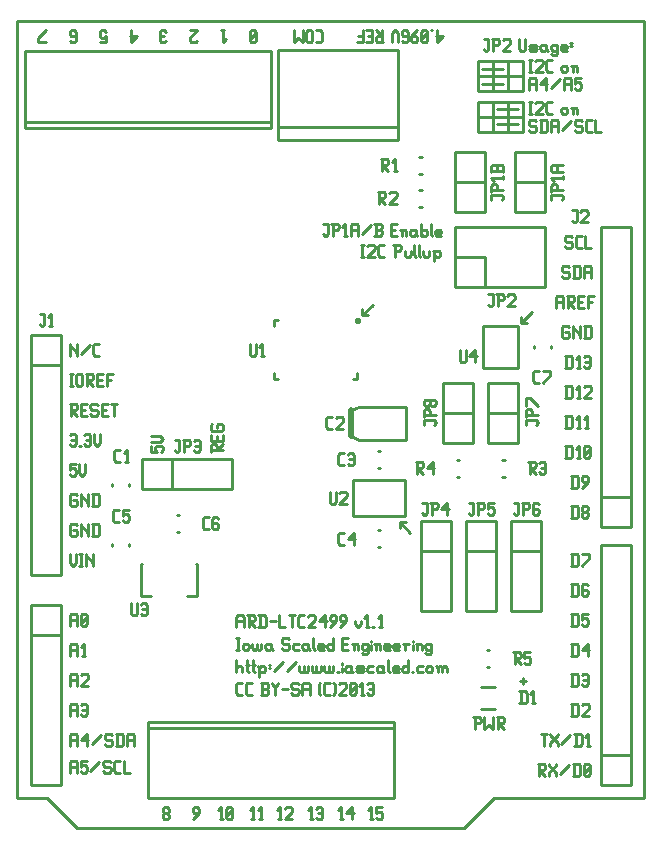
<source format=gbr>
G04 start of page 8 for group -4079 idx -4079 *
G04 Title: (unknown), topsilk *
G04 Creator: pcb 20110918 *
G04 CreationDate: Wed 23 Apr 2014 02:57:30 AM GMT UTC *
G04 For: railfan *
G04 Format: Gerber/RS-274X *
G04 PCB-Dimensions: 210000 270000 *
G04 PCB-Coordinate-Origin: lower left *
%MOIN*%
%FSLAX25Y25*%
%LNTOPSILK*%
%ADD64C,0.0200*%
%ADD63C,0.0100*%
G54D63*X209500Y269500D02*Y10500D01*
X160500Y240100D02*X167500D01*
X160500Y235100D02*X167500D01*
X172000Y172500D02*X168500Y169000D01*
Y171000D02*Y169000D01*
X170500D01*
X149500Y500D02*X20500D01*
X500Y10500D02*X10500D01*
X20500Y500D02*X10500Y10500D01*
X500D02*Y269500D01*
X119000Y175000D02*X115500Y171500D01*
Y173500D01*
Y171500D02*X117500D01*
X131500Y99000D02*X128000Y102500D01*
X130000D01*
X128000D02*Y100500D01*
X159500Y10500D02*X149500Y500D01*
X209500Y10500D02*X159500D01*
X500Y269500D02*X209500D01*
X154000Y246100D02*X169000D01*
Y251100D02*X154000D01*
Y256100D02*X169000D01*
Y246100D01*
X164000Y256100D02*Y246100D01*
X159000Y256100D02*Y246100D01*
X154000Y256100D02*Y246100D01*
Y232600D02*X169000D01*
Y237600D02*X154000D01*
Y242600D02*X169000D01*
Y232600D01*
X164000Y242600D02*Y232600D01*
X159000Y242600D02*Y232600D01*
X154000Y242600D02*Y232600D01*
X155500Y253600D02*X162500D01*
X155500Y248600D02*X162500D01*
X18000Y22500D02*Y19000D01*
Y22500D02*X18500Y23000D01*
X20000D01*
X20500Y22500D01*
Y19000D01*
X18000Y21000D02*X20500D01*
X21700Y23000D02*X23700D01*
X21700D02*Y21000D01*
X22200Y21500D01*
X23200D01*
X23700Y21000D01*
Y19500D01*
X23200Y19000D02*X23700Y19500D01*
X22200Y19000D02*X23200D01*
X21700Y19500D02*X22200Y19000D01*
X24900Y19500D02*X27900Y22500D01*
X31100Y23000D02*X31600Y22500D01*
X29600Y23000D02*X31100D01*
X29100Y22500D02*X29600Y23000D01*
X29100Y22500D02*Y21500D01*
X29600Y21000D01*
X31100D01*
X31600Y20500D01*
Y19500D01*
X31100Y19000D02*X31600Y19500D01*
X29600Y19000D02*X31100D01*
X29100Y19500D02*X29600Y19000D01*
X33300D02*X34800D01*
X32800Y19500D02*X33300Y19000D01*
X32800Y22500D02*Y19500D01*
Y22500D02*X33300Y23000D01*
X34800D01*
X36000D02*Y19000D01*
X38000D01*
X18000Y31500D02*Y28000D01*
Y31500D02*X18500Y32000D01*
X20000D01*
X20500Y31500D01*
Y28000D01*
X18000Y30000D02*X20500D01*
X21700D02*X23700Y32000D01*
X21700Y30000D02*X24200D01*
X23700Y32000D02*Y28000D01*
X25400Y28500D02*X28400Y31500D01*
X31600Y32000D02*X32100Y31500D01*
X30100Y32000D02*X31600D01*
X29600Y31500D02*X30100Y32000D01*
X29600Y31500D02*Y30500D01*
X30100Y30000D01*
X31600D01*
X32100Y29500D01*
Y28500D01*
X31600Y28000D02*X32100Y28500D01*
X30100Y28000D02*X31600D01*
X29600Y28500D02*X30100Y28000D01*
X33800Y32000D02*Y28000D01*
X35300Y32000D02*X35800Y31500D01*
Y28500D01*
X35300Y28000D02*X35800Y28500D01*
X33300Y28000D02*X35300D01*
X33300Y32000D02*X35300D01*
X37000Y31500D02*Y28000D01*
Y31500D02*X37500Y32000D01*
X39000D01*
X39500Y31500D01*
Y28000D01*
X37000Y30000D02*X39500D01*
X18000Y41500D02*Y38000D01*
Y41500D02*X18500Y42000D01*
X20000D01*
X20500Y41500D01*
Y38000D01*
X18000Y40000D02*X20500D01*
X21700Y41500D02*X22200Y42000D01*
X23200D01*
X23700Y41500D01*
Y38500D01*
X23200Y38000D02*X23700Y38500D01*
X22200Y38000D02*X23200D01*
X21700Y38500D02*X22200Y38000D01*
Y40000D02*X23700D01*
X18000Y51500D02*Y48000D01*
Y51500D02*X18500Y52000D01*
X20000D01*
X20500Y51500D01*
Y48000D01*
X18000Y50000D02*X20500D01*
X21700Y51500D02*X22200Y52000D01*
X23700D01*
X24200Y51500D01*
Y50500D01*
X21700Y48000D02*X24200Y50500D01*
X21700Y48000D02*X24200D01*
X18000Y61500D02*Y58000D01*
Y61500D02*X18500Y62000D01*
X20000D01*
X20500Y61500D01*
Y58000D01*
X18000Y60000D02*X20500D01*
X22200Y58000D02*X23200D01*
X22700Y62000D02*Y58000D01*
X21700Y61000D02*X22700Y62000D01*
X73500Y64000D02*X74500D01*
X74000D02*Y60000D01*
X73500D02*X74500D01*
X75700Y61500D02*Y60500D01*
Y61500D02*X76200Y62000D01*
X77200D01*
X77700Y61500D01*
Y60500D01*
X77200Y60000D02*X77700Y60500D01*
X76200Y60000D02*X77200D01*
X75700Y60500D02*X76200Y60000D01*
X78900Y62000D02*Y60500D01*
X79400Y60000D01*
X79900D01*
X80400Y60500D01*
Y62000D02*Y60500D01*
X80900Y60000D01*
X81400D01*
X81900Y60500D01*
Y62000D02*Y60500D01*
X84600Y62000D02*X85100Y61500D01*
X83600Y62000D02*X84600D01*
X83100Y61500D02*X83600Y62000D01*
X83100Y61500D02*Y60500D01*
X83600Y60000D01*
X85100Y62000D02*Y60500D01*
X85600Y60000D01*
X83600D02*X84600D01*
X85100Y60500D01*
X90600Y64000D02*X91100Y63500D01*
X89100Y64000D02*X90600D01*
X88600Y63500D02*X89100Y64000D01*
X88600Y63500D02*Y62500D01*
X89100Y62000D01*
X90600D01*
X91100Y61500D01*
Y60500D01*
X90600Y60000D02*X91100Y60500D01*
X89100Y60000D02*X90600D01*
X88600Y60500D02*X89100Y60000D01*
X92800Y62000D02*X94300D01*
X92300Y61500D02*X92800Y62000D01*
X92300Y61500D02*Y60500D01*
X92800Y60000D01*
X94300D01*
X97000Y62000D02*X97500Y61500D01*
X96000Y62000D02*X97000D01*
X95500Y61500D02*X96000Y62000D01*
X95500Y61500D02*Y60500D01*
X96000Y60000D01*
X97500Y62000D02*Y60500D01*
X98000Y60000D01*
X96000D02*X97000D01*
X97500Y60500D01*
X99200Y64000D02*Y60500D01*
X99700Y60000D01*
X101200D02*X102700D01*
X100700Y60500D02*X101200Y60000D01*
X100700Y61500D02*Y60500D01*
Y61500D02*X101200Y62000D01*
X102200D01*
X102700Y61500D01*
X100700Y61000D02*X102700D01*
Y61500D02*Y61000D01*
X105900Y64000D02*Y60000D01*
X105400D02*X105900Y60500D01*
X104400Y60000D02*X105400D01*
X103900Y60500D02*X104400Y60000D01*
X103900Y61500D02*Y60500D01*
Y61500D02*X104400Y62000D01*
X105400D01*
X105900Y61500D01*
X108900Y62000D02*X110400D01*
X108900Y60000D02*X110900D01*
X108900Y64000D02*Y60000D01*
Y64000D02*X110900D01*
X112600Y61500D02*Y60000D01*
Y61500D02*X113100Y62000D01*
X113600D01*
X114100Y61500D01*
Y60000D01*
X112100Y62000D02*X112600Y61500D01*
X116800Y62000D02*X117300Y61500D01*
X115800Y62000D02*X116800D01*
X115300Y61500D02*X115800Y62000D01*
X115300Y61500D02*Y60500D01*
X115800Y60000D01*
X116800D01*
X117300Y60500D01*
X115300Y59000D02*X115800Y58500D01*
X116800D01*
X117300Y59000D01*
Y62000D02*Y59000D01*
X118500Y63000D02*Y62500D01*
Y61500D02*Y60000D01*
X120000Y61500D02*Y60000D01*
Y61500D02*X120500Y62000D01*
X121000D01*
X121500Y61500D01*
Y60000D01*
X119500Y62000D02*X120000Y61500D01*
X123200Y60000D02*X124700D01*
X122700Y60500D02*X123200Y60000D01*
X122700Y61500D02*Y60500D01*
Y61500D02*X123200Y62000D01*
X124200D01*
X124700Y61500D01*
X122700Y61000D02*X124700D01*
Y61500D02*Y61000D01*
X126400Y60000D02*X127900D01*
X125900Y60500D02*X126400Y60000D01*
X125900Y61500D02*Y60500D01*
Y61500D02*X126400Y62000D01*
X127400D01*
X127900Y61500D01*
X125900Y61000D02*X127900D01*
Y61500D02*Y61000D01*
X129600Y61500D02*Y60000D01*
Y61500D02*X130100Y62000D01*
X131100D01*
X129100D02*X129600Y61500D01*
X132300Y63000D02*Y62500D01*
Y61500D02*Y60000D01*
X133800Y61500D02*Y60000D01*
Y61500D02*X134300Y62000D01*
X134800D01*
X135300Y61500D01*
Y60000D01*
X133300Y62000D02*X133800Y61500D01*
X138000Y62000D02*X138500Y61500D01*
X137000Y62000D02*X138000D01*
X136500Y61500D02*X137000Y62000D01*
X136500Y61500D02*Y60500D01*
X137000Y60000D01*
X138000D01*
X138500Y60500D01*
X136500Y59000D02*X137000Y58500D01*
X138000D01*
X138500Y59000D01*
Y62000D02*Y59000D01*
X73500Y56500D02*Y52500D01*
Y54000D02*X74000Y54500D01*
X75000D01*
X75500Y54000D01*
Y52500D01*
X77200Y56500D02*Y53000D01*
X77700Y52500D01*
X76700Y55000D02*X77700D01*
X79200Y56500D02*Y53000D01*
X79700Y52500D01*
X78700Y55000D02*X79700D01*
X81200Y54000D02*Y51000D01*
X80700Y54500D02*X81200Y54000D01*
X81700Y54500D01*
X82700D01*
X83200Y54000D01*
Y53000D01*
X82700Y52500D02*X83200Y53000D01*
X81700Y52500D02*X82700D01*
X81200Y53000D02*X81700Y52500D01*
X84400Y55000D02*X84900D01*
X84400Y54000D02*X84900D01*
X86100Y53000D02*X89100Y56000D01*
X90300Y53000D02*X93300Y56000D01*
X94500Y54500D02*Y53000D01*
X95000Y52500D01*
X95500D01*
X96000Y53000D01*
Y54500D02*Y53000D01*
X96500Y52500D01*
X97000D01*
X97500Y53000D01*
Y54500D02*Y53000D01*
X98700Y54500D02*Y53000D01*
X99200Y52500D01*
X99700D01*
X100200Y53000D01*
Y54500D02*Y53000D01*
X100700Y52500D01*
X101200D01*
X101700Y53000D01*
Y54500D02*Y53000D01*
X102900Y54500D02*Y53000D01*
X103400Y52500D01*
X103900D01*
X104400Y53000D01*
Y54500D02*Y53000D01*
X104900Y52500D01*
X105400D01*
X105900Y53000D01*
Y54500D02*Y53000D01*
X107100Y52500D02*X107600D01*
X108800Y55500D02*Y55000D01*
Y54000D02*Y52500D01*
X111300Y54500D02*X111800Y54000D01*
X110300Y54500D02*X111300D01*
X109800Y54000D02*X110300Y54500D01*
X109800Y54000D02*Y53000D01*
X110300Y52500D01*
X111800Y54500D02*Y53000D01*
X112300Y52500D01*
X110300D02*X111300D01*
X111800Y53000D01*
X114000Y52500D02*X115500D01*
X116000Y53000D01*
X115500Y53500D02*X116000Y53000D01*
X114000Y53500D02*X115500D01*
X113500Y54000D02*X114000Y53500D01*
X113500Y54000D02*X114000Y54500D01*
X115500D01*
X116000Y54000D01*
X113500Y53000D02*X114000Y52500D01*
X117700Y54500D02*X119200D01*
X117200Y54000D02*X117700Y54500D01*
X117200Y54000D02*Y53000D01*
X117700Y52500D01*
X119200D01*
X121900Y54500D02*X122400Y54000D01*
X120900Y54500D02*X121900D01*
X120400Y54000D02*X120900Y54500D01*
X120400Y54000D02*Y53000D01*
X120900Y52500D01*
X122400Y54500D02*Y53000D01*
X122900Y52500D01*
X120900D02*X121900D01*
X122400Y53000D01*
X124100Y56500D02*Y53000D01*
X124600Y52500D01*
X126100D02*X127600D01*
X125600Y53000D02*X126100Y52500D01*
X125600Y54000D02*Y53000D01*
Y54000D02*X126100Y54500D01*
X127100D01*
X127600Y54000D01*
X125600Y53500D02*X127600D01*
Y54000D02*Y53500D01*
X130800Y56500D02*Y52500D01*
X130300D02*X130800Y53000D01*
X129300Y52500D02*X130300D01*
X128800Y53000D02*X129300Y52500D01*
X128800Y54000D02*Y53000D01*
Y54000D02*X129300Y54500D01*
X130300D01*
X130800Y54000D01*
X132000Y52500D02*X132500D01*
X134200Y54500D02*X135700D01*
X133700Y54000D02*X134200Y54500D01*
X133700Y54000D02*Y53000D01*
X134200Y52500D01*
X135700D01*
X136900Y54000D02*Y53000D01*
Y54000D02*X137400Y54500D01*
X138400D01*
X138900Y54000D01*
Y53000D01*
X138400Y52500D02*X138900Y53000D01*
X137400Y52500D02*X138400D01*
X136900Y53000D02*X137400Y52500D01*
X140600Y54000D02*Y52500D01*
Y54000D02*X141100Y54500D01*
X141600D01*
X142100Y54000D01*
Y52500D01*
Y54000D02*X142600Y54500D01*
X143100D01*
X143600Y54000D01*
Y52500D01*
X140100Y54500D02*X140600Y54000D01*
X74000Y45000D02*X75500D01*
X73500Y45500D02*X74000Y45000D01*
X73500Y48500D02*Y45500D01*
Y48500D02*X74000Y49000D01*
X75500D01*
X77200Y45000D02*X78700D01*
X76700Y45500D02*X77200Y45000D01*
X76700Y48500D02*Y45500D01*
Y48500D02*X77200Y49000D01*
X78700D01*
X81700Y45000D02*X83700D01*
X84200Y45500D01*
Y46500D02*Y45500D01*
X83700Y47000D02*X84200Y46500D01*
X82200Y47000D02*X83700D01*
X82200Y49000D02*Y45000D01*
X81700Y49000D02*X83700D01*
X84200Y48500D01*
Y47500D01*
X83700Y47000D02*X84200Y47500D01*
X85400Y49000D02*Y48500D01*
X86400Y47500D01*
X87400Y48500D01*
Y49000D02*Y48500D01*
X86400Y47500D02*Y45000D01*
X88600Y47000D02*X90600D01*
X93800Y49000D02*X94300Y48500D01*
X92300Y49000D02*X93800D01*
X91800Y48500D02*X92300Y49000D01*
X91800Y48500D02*Y47500D01*
X92300Y47000D01*
X93800D01*
X94300Y46500D01*
Y45500D01*
X93800Y45000D02*X94300Y45500D01*
X92300Y45000D02*X93800D01*
X91800Y45500D02*X92300Y45000D01*
X95500Y48500D02*Y45000D01*
Y48500D02*X96000Y49000D01*
X97500D01*
X98000Y48500D01*
Y45000D01*
X95500Y47000D02*X98000D01*
X101000Y45500D02*X101500Y45000D01*
X101000Y48500D02*X101500Y49000D01*
X101000Y48500D02*Y45500D01*
X103200Y45000D02*X104700D01*
X102700Y45500D02*X103200Y45000D01*
X102700Y48500D02*Y45500D01*
Y48500D02*X103200Y49000D01*
X104700D01*
X105900D02*X106400Y48500D01*
Y45500D01*
X105900Y45000D02*X106400Y45500D01*
X107600Y48500D02*X108100Y49000D01*
X109600D01*
X110100Y48500D01*
Y47500D01*
X107600Y45000D02*X110100Y47500D01*
X107600Y45000D02*X110100D01*
X111300Y45500D02*X111800Y45000D01*
X111300Y48500D02*Y45500D01*
Y48500D02*X111800Y49000D01*
X112800D01*
X113300Y48500D01*
Y45500D01*
X112800Y45000D02*X113300Y45500D01*
X111800Y45000D02*X112800D01*
X111300Y46000D02*X113300Y48000D01*
X115000Y45000D02*X116000D01*
X115500Y49000D02*Y45000D01*
X114500Y48000D02*X115500Y49000D01*
X117200Y48500D02*X117700Y49000D01*
X118700D01*
X119200Y48500D01*
Y45500D01*
X118700Y45000D02*X119200Y45500D01*
X117700Y45000D02*X118700D01*
X117200Y45500D02*X117700Y45000D01*
Y47000D02*X119200D01*
X153000Y37500D02*Y33500D01*
X152500Y37500D02*X154500D01*
X155000Y37000D01*
Y36000D01*
X154500Y35500D02*X155000Y36000D01*
X153000Y35500D02*X154500D01*
X156200Y37500D02*Y33500D01*
X157700Y35000D01*
X159200Y33500D01*
Y37500D02*Y33500D01*
X160400Y37500D02*X162400D01*
X162900Y37000D01*
Y36000D01*
X162400Y35500D02*X162900Y36000D01*
X160900Y35500D02*X162400D01*
X160900Y37500D02*Y33500D01*
Y35500D02*X162900Y33500D01*
X168000Y49500D02*X170000D01*
X169000Y50500D02*Y48500D01*
X18000Y71500D02*Y68000D01*
Y71500D02*X18500Y72000D01*
X20000D01*
X20500Y71500D01*
Y68000D01*
X18000Y70000D02*X20500D01*
X21700Y68500D02*X22200Y68000D01*
X21700Y71500D02*Y68500D01*
Y71500D02*X22200Y72000D01*
X23200D01*
X23700Y71500D01*
Y68500D01*
X23200Y68000D02*X23700Y68500D01*
X22200Y68000D02*X23200D01*
X21700Y69000D02*X23700Y71000D01*
X73500D02*Y67500D01*
Y71000D02*X74000Y71500D01*
X75500D01*
X76000Y71000D01*
Y67500D01*
X73500Y69500D02*X76000D01*
X77200Y71500D02*X79200D01*
X79700Y71000D01*
Y70000D01*
X79200Y69500D02*X79700Y70000D01*
X77700Y69500D02*X79200D01*
X77700Y71500D02*Y67500D01*
Y69500D02*X79700Y67500D01*
X81400Y71500D02*Y67500D01*
X82900Y71500D02*X83400Y71000D01*
Y68000D01*
X82900Y67500D02*X83400Y68000D01*
X80900Y67500D02*X82900D01*
X80900Y71500D02*X82900D01*
X84600Y69500D02*X86600D01*
X87800Y71500D02*Y67500D01*
X89800D01*
X91000Y71500D02*X93000D01*
X92000D02*Y67500D01*
X94700D02*X96200D01*
X94200Y68000D02*X94700Y67500D01*
X94200Y71000D02*Y68000D01*
Y71000D02*X94700Y71500D01*
X96200D01*
X97400Y71000D02*X97900Y71500D01*
X99400D01*
X99900Y71000D01*
Y70000D01*
X97400Y67500D02*X99900Y70000D01*
X97400Y67500D02*X99900D01*
X101100Y69500D02*X103100Y71500D01*
X101100Y69500D02*X103600D01*
X103100Y71500D02*Y67500D01*
X104800D02*X106800Y69500D01*
Y71000D02*Y69500D01*
X106300Y71500D02*X106800Y71000D01*
X105300Y71500D02*X106300D01*
X104800Y71000D02*X105300Y71500D01*
X104800Y71000D02*Y70000D01*
X105300Y69500D01*
X106800D01*
X108000Y67500D02*X110000Y69500D01*
Y71000D02*Y69500D01*
X109500Y71500D02*X110000Y71000D01*
X108500Y71500D02*X109500D01*
X108000Y71000D02*X108500Y71500D01*
X108000Y71000D02*Y70000D01*
X108500Y69500D01*
X110000D01*
X113000D02*Y68500D01*
X114000Y67500D01*
X115000Y68500D01*
Y69500D02*Y68500D01*
X116700Y67500D02*X117700D01*
X117200Y71500D02*Y67500D01*
X116200Y70500D02*X117200Y71500D01*
X118900Y67500D02*X119400D01*
X121100D02*X122100D01*
X121600Y71500D02*Y67500D01*
X120600Y70500D02*X121600Y71500D01*
X49000Y4000D02*X49500Y3500D01*
X49000Y5000D02*Y4000D01*
Y5000D02*X49500Y5500D01*
X50500D01*
X51000Y5000D01*
Y4000D01*
X50500Y3500D02*X51000Y4000D01*
X49500Y3500D02*X50500D01*
X49000Y6000D02*X49500Y5500D01*
X49000Y7000D02*Y6000D01*
Y7000D02*X49500Y7500D01*
X50500D01*
X51000Y7000D01*
Y6000D01*
X50500Y5500D02*X51000Y6000D01*
X59000Y3500D02*X61000Y5500D01*
Y7000D02*Y5500D01*
X60500Y7500D02*X61000Y7000D01*
X59500Y7500D02*X60500D01*
X59000Y7000D02*X59500Y7500D01*
X59000Y7000D02*Y6000D01*
X59500Y5500D01*
X61000D01*
X68000Y3500D02*X69000D01*
X68500Y7500D02*Y3500D01*
X67500Y6500D02*X68500Y7500D01*
X70200Y4000D02*X70700Y3500D01*
X70200Y7000D02*Y4000D01*
Y7000D02*X70700Y7500D01*
X71700D01*
X72200Y7000D01*
Y4000D01*
X71700Y3500D02*X72200Y4000D01*
X70700Y3500D02*X71700D01*
X70200Y4500D02*X72200Y6500D01*
X78500Y3500D02*X79500D01*
X79000Y7500D02*Y3500D01*
X78000Y6500D02*X79000Y7500D01*
X81200Y3500D02*X82200D01*
X81700Y7500D02*Y3500D01*
X80700Y6500D02*X81700Y7500D01*
X87500Y3500D02*X88500D01*
X88000Y7500D02*Y3500D01*
X87000Y6500D02*X88000Y7500D01*
X89700Y7000D02*X90200Y7500D01*
X91700D01*
X92200Y7000D01*
Y6000D01*
X89700Y3500D02*X92200Y6000D01*
X89700Y3500D02*X92200D01*
X98000D02*X99000D01*
X98500Y7500D02*Y3500D01*
X97500Y6500D02*X98500Y7500D01*
X100200Y7000D02*X100700Y7500D01*
X101700D01*
X102200Y7000D01*
Y4000D01*
X101700Y3500D02*X102200Y4000D01*
X100700Y3500D02*X101700D01*
X100200Y4000D02*X100700Y3500D01*
Y5500D02*X102200D01*
X108000Y3500D02*X109000D01*
X108500Y7500D02*Y3500D01*
X107500Y6500D02*X108500Y7500D01*
X110200Y5500D02*X112200Y7500D01*
X110200Y5500D02*X112700D01*
X112200Y7500D02*Y3500D01*
X118000D02*X119000D01*
X118500Y7500D02*Y3500D01*
X117500Y6500D02*X118500Y7500D01*
X120200D02*X122200D01*
X120200D02*Y5500D01*
X120700Y6000D01*
X121700D01*
X122200Y5500D01*
Y4000D01*
X121700Y3500D02*X122200Y4000D01*
X120700Y3500D02*X121700D01*
X120200Y4000D02*X120700Y3500D01*
X185500Y108000D02*Y104000D01*
X187000Y108000D02*X187500Y107500D01*
Y104500D01*
X187000Y104000D02*X187500Y104500D01*
X185000Y104000D02*X187000D01*
X185000Y108000D02*X187000D01*
X188700Y104500D02*X189200Y104000D01*
X188700Y105500D02*Y104500D01*
Y105500D02*X189200Y106000D01*
X190200D01*
X190700Y105500D01*
Y104500D01*
X190200Y104000D02*X190700Y104500D01*
X189200Y104000D02*X190200D01*
X188700Y106500D02*X189200Y106000D01*
X188700Y107500D02*Y106500D01*
Y107500D02*X189200Y108000D01*
X190200D01*
X190700Y107500D01*
Y106500D01*
X190200Y106000D02*X190700Y106500D01*
X183500Y158000D02*Y154000D01*
X185000Y158000D02*X185500Y157500D01*
Y154500D01*
X185000Y154000D02*X185500Y154500D01*
X183000Y154000D02*X185000D01*
X183000Y158000D02*X185000D01*
X187200Y154000D02*X188200D01*
X187700Y158000D02*Y154000D01*
X186700Y157000D02*X187700Y158000D01*
X189400Y157500D02*X189900Y158000D01*
X190900D01*
X191400Y157500D01*
Y154500D01*
X190900Y154000D02*X191400Y154500D01*
X189900Y154000D02*X190900D01*
X189400Y154500D02*X189900Y154000D01*
Y156000D02*X191400D01*
X183500Y148000D02*Y144000D01*
X185000Y148000D02*X185500Y147500D01*
Y144500D01*
X185000Y144000D02*X185500Y144500D01*
X183000Y144000D02*X185000D01*
X183000Y148000D02*X185000D01*
X187200Y144000D02*X188200D01*
X187700Y148000D02*Y144000D01*
X186700Y147000D02*X187700Y148000D01*
X189400Y147500D02*X189900Y148000D01*
X191400D01*
X191900Y147500D01*
Y146500D01*
X189400Y144000D02*X191900Y146500D01*
X189400Y144000D02*X191900D01*
X183500Y138000D02*Y134000D01*
X185000Y138000D02*X185500Y137500D01*
Y134500D01*
X185000Y134000D02*X185500Y134500D01*
X183000Y134000D02*X185000D01*
X183000Y138000D02*X185000D01*
X187200Y134000D02*X188200D01*
X187700Y138000D02*Y134000D01*
X186700Y137000D02*X187700Y138000D01*
X189900Y134000D02*X190900D01*
X190400Y138000D02*Y134000D01*
X189400Y137000D02*X190400Y138000D01*
X183500Y128000D02*Y124000D01*
X185000Y128000D02*X185500Y127500D01*
Y124500D01*
X185000Y124000D02*X185500Y124500D01*
X183000Y124000D02*X185000D01*
X183000Y128000D02*X185000D01*
X187200Y124000D02*X188200D01*
X187700Y128000D02*Y124000D01*
X186700Y127000D02*X187700Y128000D01*
X189400Y124500D02*X189900Y124000D01*
X189400Y127500D02*Y124500D01*
Y127500D02*X189900Y128000D01*
X190900D01*
X191400Y127500D01*
Y124500D01*
X190900Y124000D02*X191400Y124500D01*
X189900Y124000D02*X190900D01*
X189400Y125000D02*X191400Y127000D01*
X185500Y118000D02*Y114000D01*
X187000Y118000D02*X187500Y117500D01*
Y114500D01*
X187000Y114000D02*X187500Y114500D01*
X185000Y114000D02*X187000D01*
X185000Y118000D02*X187000D01*
X188700Y114000D02*X190700Y116000D01*
Y117500D02*Y116000D01*
X190200Y118000D02*X190700Y117500D01*
X189200Y118000D02*X190200D01*
X188700Y117500D02*X189200Y118000D01*
X188700Y117500D02*Y116500D01*
X189200Y116000D01*
X190700D01*
X185500Y52000D02*Y48000D01*
X187000Y52000D02*X187500Y51500D01*
Y48500D01*
X187000Y48000D02*X187500Y48500D01*
X185000Y48000D02*X187000D01*
X185000Y52000D02*X187000D01*
X188700Y51500D02*X189200Y52000D01*
X190200D01*
X190700Y51500D01*
Y48500D01*
X190200Y48000D02*X190700Y48500D01*
X189200Y48000D02*X190200D01*
X188700Y48500D02*X189200Y48000D01*
Y50000D02*X190700D01*
X185500Y62000D02*Y58000D01*
X187000Y62000D02*X187500Y61500D01*
Y58500D01*
X187000Y58000D02*X187500Y58500D01*
X185000Y58000D02*X187000D01*
X185000Y62000D02*X187000D01*
X188700Y60000D02*X190700Y62000D01*
X188700Y60000D02*X191200D01*
X190700Y62000D02*Y58000D01*
X185500Y42000D02*Y38000D01*
X187000Y42000D02*X187500Y41500D01*
Y38500D01*
X187000Y38000D02*X187500Y38500D01*
X185000Y38000D02*X187000D01*
X185000Y42000D02*X187000D01*
X188700Y41500D02*X189200Y42000D01*
X190700D01*
X191200Y41500D01*
Y40500D01*
X188700Y38000D02*X191200Y40500D01*
X188700Y38000D02*X191200D01*
X174000Y22000D02*X176000D01*
X176500Y21500D01*
Y20500D01*
X176000Y20000D02*X176500Y20500D01*
X174500Y20000D02*X176000D01*
X174500Y22000D02*Y18000D01*
Y20000D02*X176500Y18000D01*
X177700Y22000D02*Y21500D01*
X180200Y19000D01*
Y18000D01*
X177700Y19000D02*Y18000D01*
Y19000D02*X180200Y21500D01*
Y22000D02*Y21500D01*
X181400Y18500D02*X184400Y21500D01*
X186100Y22000D02*Y18000D01*
X187600Y22000D02*X188100Y21500D01*
Y18500D01*
X187600Y18000D02*X188100Y18500D01*
X185600Y18000D02*X187600D01*
X185600Y22000D02*X187600D01*
X189300Y18500D02*X189800Y18000D01*
X189300Y21500D02*Y18500D01*
Y21500D02*X189800Y22000D01*
X190800D01*
X191300Y21500D01*
Y18500D01*
X190800Y18000D02*X191300Y18500D01*
X189800Y18000D02*X190800D01*
X189300Y19000D02*X191300Y21000D01*
X175000Y32000D02*X177000D01*
X176000D02*Y28000D01*
X178200Y32000D02*Y31500D01*
X180700Y29000D01*
Y28000D01*
X178200Y29000D02*Y28000D01*
Y29000D02*X180700Y31500D01*
Y32000D02*Y31500D01*
X181900Y28500D02*X184900Y31500D01*
X186600Y32000D02*Y28000D01*
X188100Y32000D02*X188600Y31500D01*
Y28500D01*
X188100Y28000D02*X188600Y28500D01*
X186100Y28000D02*X188100D01*
X186100Y32000D02*X188100D01*
X190300Y28000D02*X191300D01*
X190800Y32000D02*Y28000D01*
X189800Y31000D02*X190800Y32000D01*
X185500Y92000D02*Y88000D01*
X187000Y92000D02*X187500Y91500D01*
Y88500D01*
X187000Y88000D02*X187500Y88500D01*
X185000Y88000D02*X187000D01*
X185000Y92000D02*X187000D01*
X188700Y88000D02*X191200Y90500D01*
Y92000D02*Y90500D01*
X188700Y92000D02*X191200D01*
X185500Y82000D02*Y78000D01*
X187000Y82000D02*X187500Y81500D01*
Y78500D01*
X187000Y78000D02*X187500Y78500D01*
X185000Y78000D02*X187000D01*
X185000Y82000D02*X187000D01*
X190200D02*X190700Y81500D01*
X189200Y82000D02*X190200D01*
X188700Y81500D02*X189200Y82000D01*
X188700Y81500D02*Y78500D01*
X189200Y78000D01*
X190200Y80000D02*X190700Y79500D01*
X188700Y80000D02*X190200D01*
X189200Y78000D02*X190200D01*
X190700Y78500D01*
Y79500D02*Y78500D01*
X185500Y72000D02*Y68000D01*
X187000Y72000D02*X187500Y71500D01*
Y68500D01*
X187000Y68000D02*X187500Y68500D01*
X185000Y68000D02*X187000D01*
X185000Y72000D02*X187000D01*
X188700D02*X190700D01*
X188700D02*Y70000D01*
X189200Y70500D01*
X190200D01*
X190700Y70000D01*
Y68500D01*
X190200Y68000D02*X190700Y68500D01*
X189200Y68000D02*X190200D01*
X188700Y68500D02*X189200Y68000D01*
X180000Y177500D02*Y174000D01*
Y177500D02*X180500Y178000D01*
X182000D01*
X182500Y177500D01*
Y174000D01*
X180000Y176000D02*X182500D01*
X183700Y178000D02*X185700D01*
X186200Y177500D01*
Y176500D01*
X185700Y176000D02*X186200Y176500D01*
X184200Y176000D02*X185700D01*
X184200Y178000D02*Y174000D01*
Y176000D02*X186200Y174000D01*
X187400Y176000D02*X188900D01*
X187400Y174000D02*X189400D01*
X187400Y178000D02*Y174000D01*
Y178000D02*X189400D01*
X190600D02*Y174000D01*
Y178000D02*X192600D01*
X190600Y176000D02*X192100D01*
X184000Y188000D02*X184500Y187500D01*
X182500Y188000D02*X184000D01*
X182000Y187500D02*X182500Y188000D01*
X182000Y187500D02*Y186500D01*
X182500Y186000D01*
X184000D01*
X184500Y185500D01*
Y184500D01*
X184000Y184000D02*X184500Y184500D01*
X182500Y184000D02*X184000D01*
X182000Y184500D02*X182500Y184000D01*
X186200Y188000D02*Y184000D01*
X187700Y188000D02*X188200Y187500D01*
Y184500D01*
X187700Y184000D02*X188200Y184500D01*
X185700Y184000D02*X187700D01*
X185700Y188000D02*X187700D01*
X189400Y187500D02*Y184000D01*
Y187500D02*X189900Y188000D01*
X191400D01*
X191900Y187500D01*
Y184000D01*
X189400Y186000D02*X191900D01*
X185000Y198000D02*X185500Y197500D01*
X183500Y198000D02*X185000D01*
X183000Y197500D02*X183500Y198000D01*
X183000Y197500D02*Y196500D01*
X183500Y196000D01*
X185000D01*
X185500Y195500D01*
Y194500D01*
X185000Y194000D02*X185500Y194500D01*
X183500Y194000D02*X185000D01*
X183000Y194500D02*X183500Y194000D01*
X187200D02*X188700D01*
X186700Y194500D02*X187200Y194000D01*
X186700Y197500D02*Y194500D01*
Y197500D02*X187200Y198000D01*
X188700D01*
X189900D02*Y194000D01*
X191900D01*
X184000Y168000D02*X184500Y167500D01*
X182500Y168000D02*X184000D01*
X182000Y167500D02*X182500Y168000D01*
X182000Y167500D02*Y164500D01*
X182500Y164000D01*
X184000D01*
X184500Y164500D01*
Y165500D02*Y164500D01*
X184000Y166000D02*X184500Y165500D01*
X183000Y166000D02*X184000D01*
X185700Y168000D02*Y164000D01*
Y168000D02*Y167500D01*
X188200Y165000D01*
Y168000D02*Y164000D01*
X189900Y168000D02*Y164000D01*
X191400Y168000D02*X191900Y167500D01*
Y164500D01*
X191400Y164000D02*X191900Y164500D01*
X189400Y164000D02*X191400D01*
X189400Y168000D02*X191400D01*
X115000Y195000D02*X116000D01*
X115500D02*Y191000D01*
X115000D02*X116000D01*
X117200Y194500D02*X117700Y195000D01*
X119200D01*
X119700Y194500D01*
Y193500D01*
X117200Y191000D02*X119700Y193500D01*
X117200Y191000D02*X119700D01*
X121400D02*X122900D01*
X120900Y191500D02*X121400Y191000D01*
X120900Y194500D02*Y191500D01*
Y194500D02*X121400Y195000D01*
X122900D01*
X126400D02*Y191000D01*
X125900Y195000D02*X127900D01*
X128400Y194500D01*
Y193500D01*
X127900Y193000D02*X128400Y193500D01*
X126400Y193000D02*X127900D01*
X129600D02*Y191500D01*
X130100Y191000D01*
X131100D01*
X131600Y191500D01*
Y193000D02*Y191500D01*
X132800Y195000D02*Y191500D01*
X133300Y191000D01*
X134300Y195000D02*Y191500D01*
X134800Y191000D01*
X135800Y193000D02*Y191500D01*
X136300Y191000D01*
X137300D01*
X137800Y191500D01*
Y193000D02*Y191500D01*
X139500Y192500D02*Y189500D01*
X139000Y193000D02*X139500Y192500D01*
X140000Y193000D01*
X141000D01*
X141500Y192500D01*
Y191500D01*
X141000Y191000D02*X141500Y191500D01*
X140000Y191000D02*X141000D01*
X139500Y191500D02*X140000Y191000D01*
X102500Y202000D02*X104000D01*
Y198500D01*
X103500Y198000D02*X104000Y198500D01*
X103000Y198000D02*X103500D01*
X102500Y198500D02*X103000Y198000D01*
X105700Y202000D02*Y198000D01*
X105200Y202000D02*X107200D01*
X107700Y201500D01*
Y200500D01*
X107200Y200000D02*X107700Y200500D01*
X105700Y200000D02*X107200D01*
X109400Y198000D02*X110400D01*
X109900Y202000D02*Y198000D01*
X108900Y201000D02*X109900Y202000D01*
X111600Y201500D02*Y198000D01*
Y201500D02*X112100Y202000D01*
X113600D01*
X114100Y201500D01*
Y198000D01*
X111600Y200000D02*X114100D01*
X115300Y198500D02*X118300Y201500D01*
X119500Y198000D02*X121500D01*
X122000Y198500D01*
Y199500D02*Y198500D01*
X121500Y200000D02*X122000Y199500D01*
X120000Y200000D02*X121500D01*
X120000Y202000D02*Y198000D01*
X119500Y202000D02*X121500D01*
X122000Y201500D01*
Y200500D01*
X121500Y200000D02*X122000Y200500D01*
X125000Y200000D02*X126500D01*
X125000Y198000D02*X127000D01*
X125000Y202000D02*Y198000D01*
Y202000D02*X127000D01*
X128700Y199500D02*Y198000D01*
Y199500D02*X129200Y200000D01*
X129700D01*
X130200Y199500D01*
Y198000D01*
X128200Y200000D02*X128700Y199500D01*
X132900Y200000D02*X133400Y199500D01*
X131900Y200000D02*X132900D01*
X131400Y199500D02*X131900Y200000D01*
X131400Y199500D02*Y198500D01*
X131900Y198000D01*
X133400Y200000D02*Y198500D01*
X133900Y198000D01*
X131900D02*X132900D01*
X133400Y198500D01*
X135100Y202000D02*Y198000D01*
Y198500D02*X135600Y198000D01*
X136600D01*
X137100Y198500D01*
Y199500D02*Y198500D01*
X136600Y200000D02*X137100Y199500D01*
X135600Y200000D02*X136600D01*
X135100Y199500D02*X135600Y200000D01*
X138300Y202000D02*Y198500D01*
X138800Y198000D01*
X140300D02*X141800D01*
X139800Y198500D02*X140300Y198000D01*
X139800Y199500D02*Y198500D01*
Y199500D02*X140300Y200000D01*
X141300D01*
X141800Y199500D01*
X139800Y199000D02*X141800D01*
Y199500D02*Y199000D01*
X142500Y264500D02*X140500Y262500D01*
X140000Y264500D02*X142500D01*
X140500Y266500D02*Y262500D01*
X138300Y266500D02*X138800D01*
X137100Y266000D02*X136600Y266500D01*
X137100Y266000D02*Y263000D01*
X136600Y262500D01*
X135600D02*X136600D01*
X135600D02*X135100Y263000D01*
Y266000D02*Y263000D01*
X135600Y266500D02*X135100Y266000D01*
X135600Y266500D02*X136600D01*
X137100Y265500D02*X135100Y263500D01*
X133900Y266500D02*X131900Y264500D01*
Y263000D01*
X132400Y262500D02*X131900Y263000D01*
X132400Y262500D02*X133400D01*
X133900Y263000D02*X133400Y262500D01*
X133900Y264000D02*Y263000D01*
Y264000D02*X133400Y264500D01*
X131900D02*X133400D01*
X129200Y262500D02*X128700Y263000D01*
X129200Y262500D02*X130200D01*
X130700Y263000D02*X130200Y262500D01*
X130700Y266000D02*Y263000D01*
Y266000D02*X130200Y266500D01*
X129200Y264500D02*X128700Y265000D01*
X129200Y264500D02*X130700D01*
X129200Y266500D02*X130200D01*
X129200D02*X128700Y266000D01*
Y265000D01*
X127500Y265500D02*Y262500D01*
Y265500D02*X126500Y266500D01*
X125500Y265500D01*
Y262500D01*
X120500D02*X122500D01*
X120500D02*X120000Y263000D01*
Y264000D02*Y263000D01*
X120500Y264500D02*X120000Y264000D01*
X120500Y264500D02*X122000D01*
Y266500D02*Y262500D01*
Y264500D02*X120000Y266500D01*
X117300Y264500D02*X118800D01*
X116800Y266500D02*X118800D01*
Y262500D01*
X116800D02*X118800D01*
X115600Y266500D02*Y262500D01*
X113600D02*X115600D01*
X114100Y264500D02*X115600D01*
X100000Y266500D02*X101500D01*
X102000Y266000D02*X101500Y266500D01*
X102000Y266000D02*Y263000D01*
X101500Y262500D01*
X100000D02*X101500D01*
X98800Y266000D02*Y263000D01*
X98300Y262500D01*
X97300D02*X98300D01*
X97300D02*X96800Y263000D01*
Y266000D02*Y263000D01*
X97300Y266500D02*X96800Y266000D01*
X97300Y266500D02*X98300D01*
X98800Y266000D02*X98300Y266500D01*
X95600D02*Y262500D01*
X94100Y264000D01*
X92600Y262500D01*
Y266500D02*Y262500D01*
X171000Y256600D02*X172000D01*
X171500D02*Y252600D01*
X171000D02*X172000D01*
X173200Y256100D02*X173700Y256600D01*
X175200D01*
X175700Y256100D01*
Y255100D01*
X173200Y252600D02*X175700Y255100D01*
X173200Y252600D02*X175700D01*
X177400D02*X178900D01*
X176900Y253100D02*X177400Y252600D01*
X176900Y256100D02*Y253100D01*
Y256100D02*X177400Y256600D01*
X178900D01*
X181900Y254100D02*Y253100D01*
Y254100D02*X182400Y254600D01*
X183400D01*
X183900Y254100D01*
Y253100D01*
X183400Y252600D02*X183900Y253100D01*
X182400Y252600D02*X183400D01*
X181900Y253100D02*X182400Y252600D01*
X185600Y254100D02*Y252600D01*
Y254100D02*X186100Y254600D01*
X186600D01*
X187100Y254100D01*
Y252600D01*
X185100Y254600D02*X185600Y254100D01*
X171000Y250100D02*Y246600D01*
Y250100D02*X171500Y250600D01*
X173000D01*
X173500Y250100D01*
Y246600D01*
X171000Y248600D02*X173500D01*
X174700D02*X176700Y250600D01*
X174700Y248600D02*X177200D01*
X176700Y250600D02*Y246600D01*
X178400Y247100D02*X181400Y250100D01*
X182600D02*Y246600D01*
Y250100D02*X183100Y250600D01*
X184600D01*
X185100Y250100D01*
Y246600D01*
X182600Y248600D02*X185100D01*
X186300Y250600D02*X188300D01*
X186300D02*Y248600D01*
X186800Y249100D01*
X187800D01*
X188300Y248600D01*
Y247100D01*
X187800Y246600D02*X188300Y247100D01*
X186800Y246600D02*X187800D01*
X186300Y247100D02*X186800Y246600D01*
X171000Y242600D02*X172000D01*
X171500D02*Y238600D01*
X171000D02*X172000D01*
X173200Y242100D02*X173700Y242600D01*
X175200D01*
X175700Y242100D01*
Y241100D01*
X173200Y238600D02*X175700Y241100D01*
X173200Y238600D02*X175700D01*
X177400D02*X178900D01*
X176900Y239100D02*X177400Y238600D01*
X176900Y242100D02*Y239100D01*
Y242100D02*X177400Y242600D01*
X178900D01*
X181900Y240100D02*Y239100D01*
Y240100D02*X182400Y240600D01*
X183400D01*
X183900Y240100D01*
Y239100D01*
X183400Y238600D02*X183900Y239100D01*
X182400Y238600D02*X183400D01*
X181900Y239100D02*X182400Y238600D01*
X185600Y240100D02*Y238600D01*
Y240100D02*X186100Y240600D01*
X186600D01*
X187100Y240100D01*
Y238600D01*
X185100Y240600D02*X185600Y240100D01*
X173000Y236600D02*X173500Y236100D01*
X171500Y236600D02*X173000D01*
X171000Y236100D02*X171500Y236600D01*
X171000Y236100D02*Y235100D01*
X171500Y234600D01*
X173000D01*
X173500Y234100D01*
Y233100D01*
X173000Y232600D02*X173500Y233100D01*
X171500Y232600D02*X173000D01*
X171000Y233100D02*X171500Y232600D01*
X175200Y236600D02*Y232600D01*
X176700Y236600D02*X177200Y236100D01*
Y233100D01*
X176700Y232600D02*X177200Y233100D01*
X174700Y232600D02*X176700D01*
X174700Y236600D02*X176700D01*
X178400Y236100D02*Y232600D01*
Y236100D02*X178900Y236600D01*
X180400D01*
X180900Y236100D01*
Y232600D01*
X178400Y234600D02*X180900D01*
X182100Y233100D02*X185100Y236100D01*
X188300Y236600D02*X188800Y236100D01*
X186800Y236600D02*X188300D01*
X186300Y236100D02*X186800Y236600D01*
X186300Y236100D02*Y235100D01*
X186800Y234600D01*
X188300D01*
X188800Y234100D01*
Y233100D01*
X188300Y232600D02*X188800Y233100D01*
X186800Y232600D02*X188300D01*
X186300Y233100D02*X186800Y232600D01*
X190500D02*X192000D01*
X190000Y233100D02*X190500Y232600D01*
X190000Y236100D02*Y233100D01*
Y236100D02*X190500Y236600D01*
X192000D01*
X193200D02*Y232600D01*
X195200D01*
X156000Y263600D02*X157500D01*
Y260100D01*
X157000Y259600D02*X157500Y260100D01*
X156500Y259600D02*X157000D01*
X156000Y260100D02*X156500Y259600D01*
X159200Y263600D02*Y259600D01*
X158700Y263600D02*X160700D01*
X161200Y263100D01*
Y262100D01*
X160700Y261600D02*X161200Y262100D01*
X159200Y261600D02*X160700D01*
X162400Y263100D02*X162900Y263600D01*
X164400D01*
X164900Y263100D01*
Y262100D01*
X162400Y259600D02*X164900Y262100D01*
X162400Y259600D02*X164900D01*
X167900Y263600D02*Y260100D01*
X168400Y259600D01*
X169400D01*
X169900Y260100D01*
Y263600D02*Y260100D01*
X171600Y259600D02*X173100D01*
X173600Y260100D01*
X173100Y260600D02*X173600Y260100D01*
X171600Y260600D02*X173100D01*
X171100Y261100D02*X171600Y260600D01*
X171100Y261100D02*X171600Y261600D01*
X173100D01*
X173600Y261100D01*
X171100Y260100D02*X171600Y259600D01*
X176300Y261600D02*X176800Y261100D01*
X175300Y261600D02*X176300D01*
X174800Y261100D02*X175300Y261600D01*
X174800Y261100D02*Y260100D01*
X175300Y259600D01*
X176800Y261600D02*Y260100D01*
X177300Y259600D01*
X175300D02*X176300D01*
X176800Y260100D01*
X180000Y261600D02*X180500Y261100D01*
X179000Y261600D02*X180000D01*
X178500Y261100D02*X179000Y261600D01*
X178500Y261100D02*Y260100D01*
X179000Y259600D01*
X180000D01*
X180500Y260100D01*
X178500Y258600D02*X179000Y258100D01*
X180000D01*
X180500Y258600D01*
Y261600D02*Y258600D01*
X182200Y259600D02*X183700D01*
X181700Y260100D02*X182200Y259600D01*
X181700Y261100D02*Y260100D01*
Y261100D02*X182200Y261600D01*
X183200D01*
X183700Y261100D01*
X181700Y260600D02*X183700D01*
Y261100D02*Y260600D01*
X184900Y262100D02*X185400D01*
X184900Y261100D02*X185400D01*
X80000Y266000D02*X79500Y266500D01*
X80000Y266000D02*Y263000D01*
X79500Y262500D01*
X78500D02*X79500D01*
X78500D02*X78000Y263000D01*
Y266000D02*Y263000D01*
X78500Y266500D02*X78000Y266000D01*
X78500Y266500D02*X79500D01*
X80000Y265500D02*X78000Y263500D01*
X68500Y266500D02*X69500D01*
X69000D02*Y262500D01*
X70000Y263500D02*X69000Y262500D01*
X60500Y263000D02*X60000Y262500D01*
X58500D02*X60000D01*
X58500D02*X58000Y263000D01*
Y264000D02*Y263000D01*
X60500Y266500D02*X58000Y264000D01*
Y266500D02*X60500D01*
X50000Y263000D02*X49500Y262500D01*
X48500D02*X49500D01*
X48500D02*X48000Y263000D01*
Y266000D02*Y263000D01*
X48500Y266500D02*X48000Y266000D01*
X48500Y266500D02*X49500D01*
X50000Y266000D02*X49500Y266500D01*
X48000Y264500D02*X49500D01*
X40500D02*X38500Y262500D01*
X38000Y264500D02*X40500D01*
X38500Y266500D02*Y262500D01*
X28000D02*X30000D01*
Y264500D02*Y262500D01*
Y264500D02*X29500Y264000D01*
X28500D02*X29500D01*
X28500D02*X28000Y264500D01*
Y266000D02*Y264500D01*
X28500Y266500D02*X28000Y266000D01*
X28500Y266500D02*X29500D01*
X30000Y266000D02*X29500Y266500D01*
X18500Y262500D02*X18000Y263000D01*
X18500Y262500D02*X19500D01*
X20000Y263000D02*X19500Y262500D01*
X20000Y266000D02*Y263000D01*
Y266000D02*X19500Y266500D01*
X18500Y264500D02*X18000Y265000D01*
X18500Y264500D02*X20000D01*
X18500Y266500D02*X19500D01*
X18500D02*X18000Y266000D01*
Y265000D01*
X10000Y266500D02*X7500Y264000D01*
Y262500D01*
X10000D01*
X18000Y122000D02*X20000D01*
X18000D02*Y120000D01*
X18500Y120500D01*
X19500D01*
X20000Y120000D01*
Y118500D01*
X19500Y118000D02*X20000Y118500D01*
X18500Y118000D02*X19500D01*
X18000Y118500D02*X18500Y118000D01*
X21200Y122000D02*Y119000D01*
X22200Y118000D01*
X23200Y119000D01*
Y122000D02*Y119000D01*
X45000Y128000D02*Y126000D01*
X47000D01*
X46500Y126500D01*
Y127500D02*Y126500D01*
Y127500D02*X47000Y128000D01*
X48500D01*
X49000Y127500D02*X48500Y128000D01*
X49000Y127500D02*Y126500D01*
X48500Y126000D02*X49000Y126500D01*
X45000Y129200D02*X48000D01*
X49000Y130200D01*
X48000Y131200D01*
X45000D02*X48000D01*
X65000Y128000D02*Y126000D01*
Y128000D02*X65500Y128500D01*
X66500D01*
X67000Y128000D02*X66500Y128500D01*
X67000Y128000D02*Y126500D01*
X65000D02*X69000D01*
X67000D02*X69000Y128500D01*
X67000Y131200D02*Y129700D01*
X69000Y131700D02*Y129700D01*
X65000D02*X69000D01*
X65000Y131700D02*Y129700D01*
Y134900D02*X65500Y135400D01*
X65000Y134900D02*Y133400D01*
X65500Y132900D02*X65000Y133400D01*
X65500Y132900D02*X68500D01*
X69000Y133400D01*
Y134900D02*Y133400D01*
Y134900D02*X68500Y135400D01*
X67500D02*X68500D01*
X67000Y134900D02*X67500Y135400D01*
X67000Y134900D02*Y133900D01*
X18000Y131500D02*X18500Y132000D01*
X19500D01*
X20000Y131500D01*
Y128500D01*
X19500Y128000D02*X20000Y128500D01*
X18500Y128000D02*X19500D01*
X18000Y128500D02*X18500Y128000D01*
Y130000D02*X20000D01*
X21200Y128000D02*X21700D01*
X22900Y131500D02*X23400Y132000D01*
X24400D01*
X24900Y131500D01*
Y128500D01*
X24400Y128000D02*X24900Y128500D01*
X23400Y128000D02*X24400D01*
X22900Y128500D02*X23400Y128000D01*
Y130000D02*X24900D01*
X26100Y132000D02*Y129000D01*
X27100Y128000D01*
X28100Y129000D01*
Y132000D02*Y129000D01*
X18000Y152000D02*X19000D01*
X18500D02*Y148000D01*
X18000D02*X19000D01*
X20200Y151500D02*Y148500D01*
Y151500D02*X20700Y152000D01*
X21700D01*
X22200Y151500D01*
Y148500D01*
X21700Y148000D02*X22200Y148500D01*
X20700Y148000D02*X21700D01*
X20200Y148500D02*X20700Y148000D01*
X23400Y152000D02*X25400D01*
X25900Y151500D01*
Y150500D01*
X25400Y150000D02*X25900Y150500D01*
X23900Y150000D02*X25400D01*
X23900Y152000D02*Y148000D01*
Y150000D02*X25900Y148000D01*
X27100Y150000D02*X28600D01*
X27100Y148000D02*X29100D01*
X27100Y152000D02*Y148000D01*
Y152000D02*X29100D01*
X30300D02*Y148000D01*
Y152000D02*X32300D01*
X30300Y150000D02*X31800D01*
X18000Y142000D02*X20000D01*
X20500Y141500D01*
Y140500D01*
X20000Y140000D02*X20500Y140500D01*
X18500Y140000D02*X20000D01*
X18500Y142000D02*Y138000D01*
Y140000D02*X20500Y138000D01*
X21700Y140000D02*X23200D01*
X21700Y138000D02*X23700D01*
X21700Y142000D02*Y138000D01*
Y142000D02*X23700D01*
X26900D02*X27400Y141500D01*
X25400Y142000D02*X26900D01*
X24900Y141500D02*X25400Y142000D01*
X24900Y141500D02*Y140500D01*
X25400Y140000D01*
X26900D01*
X27400Y139500D01*
Y138500D01*
X26900Y138000D02*X27400Y138500D01*
X25400Y138000D02*X26900D01*
X24900Y138500D02*X25400Y138000D01*
X28600Y140000D02*X30100D01*
X28600Y138000D02*X30600D01*
X28600Y142000D02*Y138000D01*
Y142000D02*X30600D01*
X31800D02*X33800D01*
X32800D02*Y138000D01*
X18000Y162000D02*Y158000D01*
Y162000D02*Y161500D01*
X20500Y159000D01*
Y162000D02*Y158000D01*
X21700Y158500D02*X24700Y161500D01*
X26400Y158000D02*X27900D01*
X25900Y158500D02*X26400Y158000D01*
X25900Y161500D02*Y158500D01*
Y161500D02*X26400Y162000D01*
X27900D01*
X18000Y92000D02*Y89000D01*
X19000Y88000D01*
X20000Y89000D01*
Y92000D02*Y89000D01*
X21200Y92000D02*X22200D01*
X21700D02*Y88000D01*
X21200D02*X22200D01*
X23400Y92000D02*Y88000D01*
Y92000D02*Y91500D01*
X25900Y89000D01*
Y92000D02*Y88000D01*
X20000Y102000D02*X20500Y101500D01*
X18500Y102000D02*X20000D01*
X18000Y101500D02*X18500Y102000D01*
X18000Y101500D02*Y98500D01*
X18500Y98000D01*
X20000D01*
X20500Y98500D01*
Y99500D02*Y98500D01*
X20000Y100000D02*X20500Y99500D01*
X19000Y100000D02*X20000D01*
X21700Y102000D02*Y98000D01*
Y102000D02*Y101500D01*
X24200Y99000D01*
Y102000D02*Y98000D01*
X25900Y102000D02*Y98000D01*
X27400Y102000D02*X27900Y101500D01*
Y98500D01*
X27400Y98000D02*X27900Y98500D01*
X25400Y98000D02*X27400D01*
X25400Y102000D02*X27400D01*
X20000Y112000D02*X20500Y111500D01*
X18500Y112000D02*X20000D01*
X18000Y111500D02*X18500Y112000D01*
X18000Y111500D02*Y108500D01*
X18500Y108000D01*
X20000D01*
X20500Y108500D01*
Y109500D02*Y108500D01*
X20000Y110000D02*X20500Y109500D01*
X19000Y110000D02*X20000D01*
X21700Y112000D02*Y108000D01*
Y112000D02*Y111500D01*
X24200Y109000D01*
Y112000D02*Y108000D01*
X25900Y112000D02*Y108000D01*
X27400Y112000D02*X27900Y111500D01*
Y108500D01*
X27400Y108000D02*X27900Y108500D01*
X25400Y108000D02*X27400D01*
X25400Y112000D02*X27400D01*
X42000Y113500D02*X72000D01*
Y123500D02*Y113500D01*
X42000Y123500D02*X72000D01*
X42000D02*Y113500D01*
X52000Y123500D02*Y113500D01*
X42000Y123500D02*X52000D01*
X86220Y169843D02*Y167843D01*
Y169843D02*X87420D01*
X86220Y152157D02*Y150157D01*
X87420D01*
X113780Y152157D02*Y150157D01*
X112580D02*X113780D01*
X113264Y169327D02*X114264D01*
X113264Y170327D02*Y169327D01*
Y170327D02*X114264D01*
Y169327D01*
X167500Y167900D02*Y154000D01*
X155700Y167900D02*X167500D01*
X155700D02*Y154000D01*
X167500D01*
X146500Y181000D02*X176500D01*
Y201000D02*Y181000D01*
X146500Y201000D02*X176500D01*
X146500D02*Y181000D01*
X156500Y191000D02*Y181000D01*
X146500Y191000D02*X156500D01*
X166500Y226000D02*Y206000D01*
X176500D01*
Y226000D02*Y206000D01*
X166500Y226000D02*X176500D01*
X166500Y216000D02*X176500D01*
Y226000D02*Y216000D01*
X146500Y226000D02*Y206000D01*
X156500D01*
Y226000D02*Y206000D01*
X146500Y226000D02*X156500D01*
X146500Y216000D02*X156500D01*
Y226000D02*Y216000D01*
X172745Y161393D02*Y160607D01*
X178255Y161393D02*Y160607D01*
X134521Y218745D02*X135307D01*
X134521Y224255D02*X135307D01*
X134564Y207745D02*X135350D01*
X134564Y213255D02*X135350D01*
X162150Y117745D02*X162936D01*
X162150Y123255D02*X162936D01*
X147107D02*X147893D01*
X147107Y117745D02*X147893D01*
X120607Y126255D02*X121393D01*
X120607Y120745D02*X121393D01*
X157500Y149000D02*Y129000D01*
X167500D01*
Y149000D01*
X157500D01*
Y139000D02*X167500D01*
Y149000D01*
X142500D02*Y129000D01*
X152500D01*
Y149000D01*
X142500D01*
Y139000D02*X152500D01*
Y149000D01*
G54D64*X111900Y139800D02*Y131200D01*
G54D63*X114300Y130000D01*
X130100D01*
Y141000D01*
X114300D01*
X111900Y139800D01*
X205000Y95000D02*Y15000D01*
X195000Y95000D02*X205000D01*
X195000D02*Y15000D01*
X205000D01*
X195000Y25000D02*X205000D01*
X195000D02*Y15000D01*
X205000Y201000D02*Y101000D01*
X195000Y201000D02*X205000D01*
X195000D02*Y101000D01*
X205000D01*
X195000Y111000D02*X205000D01*
X195000D02*Y101000D01*
X165000Y103000D02*Y73000D01*
X175000D01*
Y103000D02*Y73000D01*
X165000Y103000D02*X175000D01*
X165000Y93000D02*X175000D01*
Y103000D02*Y93000D01*
X53607Y99245D02*X54393D01*
X53607Y104755D02*X54393D01*
X85000Y259500D02*Y234000D01*
X3000Y259500D02*Y234000D01*
X85000D01*
X3000Y236000D02*X85000D01*
X3000Y259500D02*X85000D01*
X87500Y259800D02*X127500D01*
X87500Y229800D02*X127500D01*
X87500Y234200D02*X127500D01*
Y259800D02*Y229800D01*
X87500Y259800D02*Y229800D01*
X32245Y115350D02*Y114564D01*
X37755Y115350D02*Y114564D01*
X112400Y116500D02*X129600D01*
Y104500D01*
X112400D02*X129600D01*
X112400Y116500D02*Y104500D01*
X120607Y99755D02*X121393D01*
X120607Y94245D02*X121393D01*
X5000Y165000D02*Y85000D01*
X15000D01*
Y165000D01*
X5000D01*
Y155000D02*X15000D01*
Y165000D01*
X5000Y75000D02*Y15000D01*
X15000D01*
Y75000D01*
X5000D01*
Y65000D02*X15000D01*
Y75000D01*
X37755Y95393D02*Y94607D01*
X32245Y95393D02*Y94607D01*
X60250Y88485D02*Y77855D01*
X41750Y88485D02*Y77855D01*
X57000D02*X60250D01*
X41750D02*X45000D01*
X60071Y88485D02*X60250D01*
X41750D02*X41929D01*
X44000Y36000D02*Y10500D01*
X126000Y36000D02*Y10500D01*
X44000Y36000D02*X126000D01*
X44000Y34000D02*X126000D01*
X44000Y10500D02*X126000D01*
X135000Y103000D02*Y73000D01*
X145000D01*
Y103000D02*Y73000D01*
X135000Y103000D02*X145000D01*
X135000Y93000D02*X145000D01*
Y103000D02*Y93000D01*
X150000Y103000D02*Y73000D01*
X160000D01*
Y103000D02*Y73000D01*
X150000Y103000D02*X160000D01*
X150000Y93000D02*X160000D01*
Y103000D02*Y93000D01*
X155138Y47740D02*X159862D01*
X155138Y40260D02*X159862D01*
X157107Y54245D02*X157893D01*
X157107Y59755D02*X157893D01*
X8000Y172000D02*X9500D01*
Y168500D01*
X9000Y168000D02*X9500Y168500D01*
X8500Y168000D02*X9000D01*
X8000Y168500D02*X8500Y168000D01*
X11200D02*X12200D01*
X11700Y172000D02*Y168000D01*
X10700Y171000D02*X11700Y172000D01*
X62807Y100150D02*X64307D01*
X62307Y100650D02*X62807Y100150D01*
X62307Y103650D02*Y100650D01*
Y103650D02*X62807Y104150D01*
X64307D01*
X67007D02*X67507Y103650D01*
X66007Y104150D02*X67007D01*
X65507Y103650D02*X66007Y104150D01*
X65507Y103650D02*Y100650D01*
X66007Y100150D01*
X67007Y102150D02*X67507Y101650D01*
X65507Y102150D02*X67007D01*
X66007Y100150D02*X67007D01*
X67507Y100650D01*
Y101650D02*Y100650D01*
X32893Y102650D02*X34393D01*
X32393Y103150D02*X32893Y102650D01*
X32393Y106150D02*Y103150D01*
Y106150D02*X32893Y106650D01*
X34393D01*
X35593D02*X37593D01*
X35593D02*Y104650D01*
X36093Y105150D01*
X37093D01*
X37593Y104650D01*
Y103150D01*
X37093Y102650D02*X37593Y103150D01*
X36093Y102650D02*X37093D01*
X35593Y103150D02*X36093Y102650D01*
X33307Y122650D02*X34807D01*
X32807Y123150D02*X33307Y122650D01*
X32807Y126150D02*Y123150D01*
Y126150D02*X33307Y126650D01*
X34807D01*
X36507Y122650D02*X37507D01*
X37007Y126650D02*Y122650D01*
X36007Y125650D02*X37007Y126650D01*
X53000Y130000D02*X54500D01*
Y126500D01*
X54000Y126000D02*X54500Y126500D01*
X53500Y126000D02*X54000D01*
X53000Y126500D02*X53500Y126000D01*
X56200Y130000D02*Y126000D01*
X55700Y130000D02*X57700D01*
X58200Y129500D01*
Y128500D01*
X57700Y128000D02*X58200Y128500D01*
X56200Y128000D02*X57700D01*
X59400Y129500D02*X59900Y130000D01*
X60900D01*
X61400Y129500D01*
Y126500D01*
X60900Y126000D02*X61400Y126500D01*
X59900Y126000D02*X60900D01*
X59400Y126500D02*X59900Y126000D01*
Y128000D02*X61400D01*
X78000Y162000D02*Y158500D01*
X78500Y158000D01*
X79500D01*
X80000Y158500D01*
Y162000D02*Y158500D01*
X81700Y158000D02*X82700D01*
X82200Y162000D02*Y158000D01*
X81200Y161000D02*X82200Y162000D01*
X38505Y75500D02*Y72000D01*
X39005Y71500D01*
X40005D01*
X40505Y72000D01*
Y75500D02*Y72000D01*
X41705Y75000D02*X42205Y75500D01*
X43205D01*
X43705Y75000D01*
Y72000D01*
X43205Y71500D02*X43705Y72000D01*
X42205Y71500D02*X43205D01*
X41705Y72000D02*X42205Y71500D01*
Y73500D02*X43705D01*
X104000Y133600D02*X105500D01*
X103500Y134100D02*X104000Y133600D01*
X103500Y137100D02*Y134100D01*
Y137100D02*X104000Y137600D01*
X105500D01*
X106700Y137100D02*X107200Y137600D01*
X108700D01*
X109200Y137100D01*
Y136100D01*
X106700Y133600D02*X109200Y136100D01*
X106700Y133600D02*X109200D01*
X108000Y121500D02*X109500D01*
X107500Y122000D02*X108000Y121500D01*
X107500Y125000D02*Y122000D01*
Y125000D02*X108000Y125500D01*
X109500D01*
X110700Y125000D02*X111200Y125500D01*
X112200D01*
X112700Y125000D01*
Y122000D01*
X112200Y121500D02*X112700Y122000D01*
X111200Y121500D02*X112200D01*
X110700Y122000D02*X111200Y121500D01*
Y123500D02*X112700D01*
X104602Y112582D02*Y109082D01*
X105102Y108582D01*
X106102D01*
X106602Y109082D01*
Y112582D02*Y109082D01*
X107802Y112082D02*X108302Y112582D01*
X109802D01*
X110302Y112082D01*
Y111082D01*
X107802Y108582D02*X110302Y111082D01*
X107802Y108582D02*X110302D01*
X108000Y95000D02*X109500D01*
X107500Y95500D02*X108000Y95000D01*
X107500Y98500D02*Y95500D01*
Y98500D02*X108000Y99000D01*
X109500D01*
X110700Y97000D02*X112700Y99000D01*
X110700Y97000D02*X113200D01*
X112700Y99000D02*Y95000D01*
X185500Y206500D02*X187000D01*
Y203000D01*
X186500Y202500D02*X187000Y203000D01*
X186000Y202500D02*X186500D01*
X185500Y203000D02*X186000Y202500D01*
X188200Y206000D02*X188700Y206500D01*
X190200D01*
X190700Y206000D01*
Y205000D01*
X188200Y202500D02*X190700Y205000D01*
X188200Y202500D02*X190700D01*
X178500Y211500D02*Y210000D01*
Y211500D02*X182000D01*
X182500Y211000D02*X182000Y211500D01*
X182500Y211000D02*Y210500D01*
X182000Y210000D02*X182500Y210500D01*
X178500Y213200D02*X182500D01*
X178500Y214700D02*Y212700D01*
Y214700D02*X179000Y215200D01*
X180000D01*
X180500Y214700D02*X180000Y215200D01*
X180500Y214700D02*Y213200D01*
X182500Y217900D02*Y216900D01*
X178500Y217400D02*X182500D01*
X179500Y216400D02*X178500Y217400D01*
X179000Y219100D02*X182500D01*
X179000D02*X178500Y219600D01*
Y221100D02*Y219600D01*
Y221100D02*X179000Y221600D01*
X182500D01*
X180500D02*Y219100D01*
X158500Y211500D02*Y210000D01*
Y211500D02*X162000D01*
X162500Y211000D02*X162000Y211500D01*
X162500Y211000D02*Y210500D01*
X162000Y210000D02*X162500Y210500D01*
X158500Y213200D02*X162500D01*
X158500Y214700D02*Y212700D01*
Y214700D02*X159000Y215200D01*
X160000D01*
X160500Y214700D02*X160000Y215200D01*
X160500Y214700D02*Y213200D01*
X162500Y217900D02*Y216900D01*
X158500Y217400D02*X162500D01*
X159500Y216400D02*X158500Y217400D01*
X162500Y221100D02*Y219100D01*
Y221100D02*X162000Y221600D01*
X161000D02*X162000D01*
X160500Y221100D02*X161000Y221600D01*
X160500Y221100D02*Y219600D01*
X158500D02*X162500D01*
X158500Y221100D02*Y219100D01*
Y221100D02*X159000Y221600D01*
X160000D01*
X160500Y221100D02*X160000Y221600D01*
X121721Y223650D02*X123721D01*
X124221Y223150D01*
Y222150D01*
X123721Y221650D02*X124221Y222150D01*
X122221Y221650D02*X123721D01*
X122221Y223650D02*Y219650D01*
Y221650D02*X124221Y219650D01*
X125921D02*X126921D01*
X126421Y223650D02*Y219650D01*
X125421Y222650D02*X126421Y223650D01*
X120721Y212650D02*X122721D01*
X123221Y212150D01*
Y211150D01*
X122721Y210650D02*X123221Y211150D01*
X121221Y210650D02*X122721D01*
X121221Y212650D02*Y208650D01*
Y210650D02*X123221Y208650D01*
X124421Y212150D02*X124921Y212650D01*
X126421D01*
X126921Y212150D01*
Y211150D01*
X124421Y208650D02*X126921Y211150D01*
X124421Y208650D02*X126921D01*
X170764Y122650D02*X172764D01*
X173264Y122150D01*
Y121150D01*
X172764Y120650D02*X173264Y121150D01*
X171264Y120650D02*X172764D01*
X171264Y122650D02*Y118650D01*
Y120650D02*X173264Y118650D01*
X174464Y122150D02*X174964Y122650D01*
X175964D01*
X176464Y122150D01*
Y119150D01*
X175964Y118650D02*X176464Y119150D01*
X174964Y118650D02*X175964D01*
X174464Y119150D02*X174964Y118650D01*
Y120650D02*X176464D01*
X133307Y122650D02*X135307D01*
X135807Y122150D01*
Y121150D01*
X135307Y120650D02*X135807Y121150D01*
X133807Y120650D02*X135307D01*
X133807Y122650D02*Y118650D01*
Y120650D02*X135807Y118650D01*
X137007Y120650D02*X139007Y122650D01*
X137007Y120650D02*X139507D01*
X139007Y122650D02*Y118650D01*
X135500Y109000D02*X137000D01*
Y105500D01*
X136500Y105000D02*X137000Y105500D01*
X136000Y105000D02*X136500D01*
X135500Y105500D02*X136000Y105000D01*
X138700Y109000D02*Y105000D01*
X138200Y109000D02*X140200D01*
X140700Y108500D01*
Y107500D01*
X140200Y107000D02*X140700Y107500D01*
X138700Y107000D02*X140200D01*
X141900D02*X143900Y109000D01*
X141900Y107000D02*X144400D01*
X143900Y109000D02*Y105000D01*
X151000Y109000D02*X152500D01*
Y105500D01*
X152000Y105000D02*X152500Y105500D01*
X151500Y105000D02*X152000D01*
X151000Y105500D02*X151500Y105000D01*
X154200Y109000D02*Y105000D01*
X153700Y109000D02*X155700D01*
X156200Y108500D01*
Y107500D01*
X155700Y107000D02*X156200Y107500D01*
X154200Y107000D02*X155700D01*
X157400Y109000D02*X159400D01*
X157400D02*Y107000D01*
X157900Y107500D01*
X158900D01*
X159400Y107000D01*
Y105500D01*
X158900Y105000D02*X159400Y105500D01*
X157900Y105000D02*X158900D01*
X157400Y105500D02*X157900Y105000D01*
X166000Y109000D02*X167500D01*
Y105500D01*
X167000Y105000D02*X167500Y105500D01*
X166500Y105000D02*X167000D01*
X166000Y105500D02*X166500Y105000D01*
X169200Y109000D02*Y105000D01*
X168700Y109000D02*X170700D01*
X171200Y108500D01*
Y107500D01*
X170700Y107000D02*X171200Y107500D01*
X169200Y107000D02*X170700D01*
X173900Y109000D02*X174400Y108500D01*
X172900Y109000D02*X173900D01*
X172400Y108500D02*X172900Y109000D01*
X172400Y108500D02*Y105500D01*
X172900Y105000D01*
X173900Y107000D02*X174400Y106500D01*
X172400Y107000D02*X173900D01*
X172900Y105000D02*X173900D01*
X174400Y105500D01*
Y106500D02*Y105500D01*
X170000Y136500D02*Y135000D01*
Y136500D02*X173500D01*
X174000Y136000D02*X173500Y136500D01*
X174000Y136000D02*Y135500D01*
X173500Y135000D02*X174000Y135500D01*
X170000Y138200D02*X174000D01*
X170000Y139700D02*Y137700D01*
Y139700D02*X170500Y140200D01*
X171500D01*
X172000Y139700D02*X171500Y140200D01*
X172000Y139700D02*Y138200D01*
X174000Y141400D02*X171500Y143900D01*
X170000D02*X171500D01*
X170000D02*Y141400D01*
X136000Y136500D02*Y135000D01*
Y136500D02*X139500D01*
X140000Y136000D02*X139500Y136500D01*
X140000Y136000D02*Y135500D01*
X139500Y135000D02*X140000Y135500D01*
X136000Y138200D02*X140000D01*
X136000Y139700D02*Y137700D01*
Y139700D02*X136500Y140200D01*
X137500D01*
X138000Y139700D02*X137500Y140200D01*
X138000Y139700D02*Y138200D01*
X139500Y141400D02*X140000Y141900D01*
X138500Y141400D02*X139500D01*
X138500D02*X138000Y141900D01*
Y142900D02*Y141900D01*
Y142900D02*X138500Y143400D01*
X139500D01*
X140000Y142900D02*X139500Y143400D01*
X140000Y142900D02*Y141900D01*
X137500Y141400D02*X138000Y141900D01*
X136500Y141400D02*X137500D01*
X136500D02*X136000Y141900D01*
Y142900D02*Y141900D01*
Y142900D02*X136500Y143400D01*
X137500D01*
X138000Y142900D02*X137500Y143400D01*
X148000Y159800D02*Y156300D01*
X148500Y155800D01*
X149500D01*
X150000Y156300D01*
Y159800D02*Y156300D01*
X151200Y157800D02*X153200Y159800D01*
X151200Y157800D02*X153700D01*
X153200Y159800D02*Y155800D01*
X157500Y178500D02*X159000D01*
Y175000D01*
X158500Y174500D02*X159000Y175000D01*
X158000Y174500D02*X158500D01*
X157500Y175000D02*X158000Y174500D01*
X160700Y178500D02*Y174500D01*
X160200Y178500D02*X162200D01*
X162700Y178000D01*
Y177000D01*
X162200Y176500D02*X162700Y177000D01*
X160700Y176500D02*X162200D01*
X163900Y178000D02*X164400Y178500D01*
X165900D01*
X166400Y178000D01*
Y177000D01*
X163900Y174500D02*X166400Y177000D01*
X163900Y174500D02*X166400D01*
X173000Y149000D02*X174500D01*
X172500Y149500D02*X173000Y149000D01*
X172500Y152500D02*Y149500D01*
Y152500D02*X173000Y153000D01*
X174500D01*
X175700Y149000D02*X178200Y151500D01*
Y153000D02*Y151500D01*
X175700Y153000D02*X178200D01*
X168350Y46150D02*Y42150D01*
X169850Y46150D02*X170350Y45650D01*
Y42650D01*
X169850Y42150D02*X170350Y42650D01*
X167850Y42150D02*X169850D01*
X167850Y46150D02*X169850D01*
X172050Y42150D02*X173050D01*
X172550Y46150D02*Y42150D01*
X171550Y45150D02*X172550Y46150D01*
X165850Y59150D02*X167850D01*
X168350Y58650D01*
Y57650D01*
X167850Y57150D02*X168350Y57650D01*
X166350Y57150D02*X167850D01*
X166350Y59150D02*Y55150D01*
Y57150D02*X168350Y55150D01*
X169550Y59150D02*X171550D01*
X169550D02*Y57150D01*
X170050Y57650D01*
X171050D01*
X171550Y57150D01*
Y55650D01*
X171050Y55150D02*X171550Y55650D01*
X170050Y55150D02*X171050D01*
X169550Y55650D02*X170050Y55150D01*
M02*

</source>
